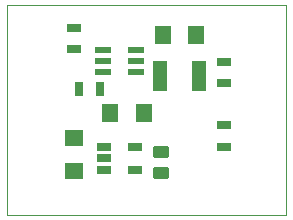
<source format=gtp>
G75*
%MOIN*%
%OFA0B0*%
%FSLAX25Y25*%
%IPPOS*%
%LPD*%
%AMOC8*
5,1,8,0,0,1.08239X$1,22.5*
%
%ADD10C,0.00000*%
%ADD11R,0.03150X0.04724*%
%ADD12R,0.05512X0.06299*%
%ADD13R,0.04724X0.09843*%
%ADD14R,0.04724X0.03150*%
%ADD15R,0.05315X0.02165*%
%ADD16R,0.04724X0.02717*%
%ADD17C,0.01000*%
%ADD18R,0.06299X0.05512*%
D10*
X0006800Y0006800D02*
X0006800Y0076761D01*
X0099751Y0076761D01*
X0099751Y0006800D01*
X0006800Y0006800D01*
D11*
X0030757Y0048550D03*
X0037843Y0048550D03*
D12*
X0041288Y0040550D03*
X0052312Y0040550D03*
X0058788Y0066800D03*
X0069812Y0066800D03*
D13*
X0070796Y0053050D03*
X0057804Y0053050D03*
D14*
X0079300Y0050757D03*
X0079300Y0057843D03*
X0079300Y0036593D03*
X0079300Y0029507D03*
X0029300Y0062007D03*
X0029300Y0069093D03*
D15*
X0038886Y0061790D03*
X0038886Y0058050D03*
X0038886Y0054310D03*
X0049714Y0054310D03*
X0049714Y0058050D03*
X0049714Y0061790D03*
D16*
X0049419Y0029290D03*
X0039181Y0029290D03*
X0039181Y0025550D03*
X0039181Y0021810D03*
X0049419Y0021810D03*
D17*
X0055800Y0022300D02*
X0055800Y0019300D01*
X0055800Y0022300D02*
X0060300Y0022300D01*
X0060300Y0019300D01*
X0055800Y0019300D01*
X0055800Y0020299D02*
X0060300Y0020299D01*
X0060300Y0021298D02*
X0055800Y0021298D01*
X0055800Y0022297D02*
X0060300Y0022297D01*
X0055800Y0026300D02*
X0055800Y0029300D01*
X0060300Y0029300D01*
X0060300Y0026300D01*
X0055800Y0026300D01*
X0055800Y0027299D02*
X0060300Y0027299D01*
X0060300Y0028298D02*
X0055800Y0028298D01*
X0055800Y0029297D02*
X0060300Y0029297D01*
D18*
X0029300Y0032312D03*
X0029300Y0021288D03*
M02*

</source>
